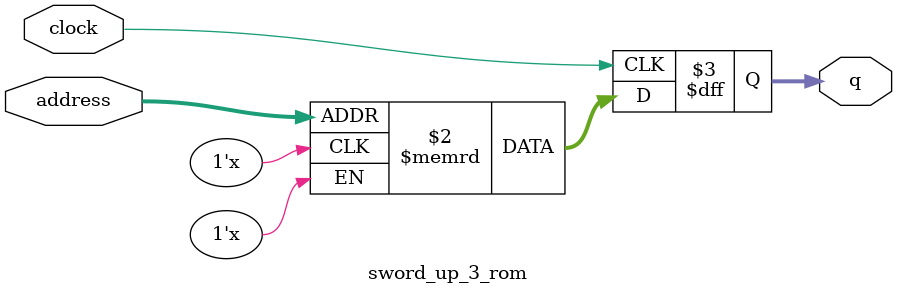
<source format=sv>
module sword_up_3_rom (
	input logic clock,
	input logic [9:0] address,
	output logic [2:0] q
);

logic [2:0] memory [0:1023] /* synthesis ram_init_file = "./sword_up_3/sword_up_3.mif" */;

always_ff @ (posedge clock) begin
	q <= memory[address];
end

endmodule

</source>
